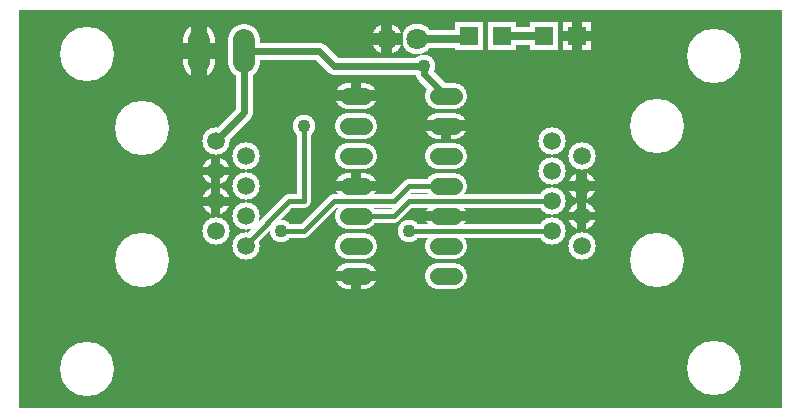
<source format=gbr>
%FSLAX34Y34*%
%MOMM*%
%LNCOPPER_TOP*%
G71*
G01*
%ADD10C,2.200*%
%ADD11C,2.320*%
%ADD12C,2.300*%
%ADD13C,1.900*%
%ADD14C,1.200*%
%ADD15C,2.680*%
%ADD16C,4.600*%
%ADD17C,2.600*%
%ADD18C,1.400*%
%ADD19R,2.400X2.400*%
%ADD20C,1.500*%
%ADD21C,0.910*%
%ADD22C,0.793*%
%ADD23C,0.807*%
%ADD24C,0.882*%
%ADD25C,0.770*%
%ADD26C,0.730*%
%ADD27C,0.861*%
%ADD28C,0.709*%
%ADD29C,1.360*%
%ADD30C,1.002*%
%ADD31C,0.875*%
%ADD32C,1.520*%
%ADD33C,1.500*%
%ADD34C,1.100*%
%ADD35C,0.400*%
%ADD36C,1.880*%
%ADD37C,1.800*%
%ADD38C,0.600*%
%ADD39R,1.600X1.600*%
%ADD40C,0.700*%
%LPD*%
G36*
X0Y1000000D02*
X646000Y1000000D01*
X646000Y663000D01*
X0Y663000D01*
X0Y1000000D01*
G37*
%LPC*%
G54D10*
X292325Y927345D02*
X278325Y927345D01*
G54D10*
X292325Y901945D02*
X278325Y901945D01*
G54D10*
X292325Y876545D02*
X278325Y876545D01*
G54D10*
X292325Y851145D02*
X278325Y851145D01*
G54D10*
X292325Y825745D02*
X278325Y825745D01*
G54D10*
X292325Y800345D02*
X278325Y800345D01*
G54D10*
X292325Y774945D02*
X278325Y774945D01*
G54D10*
X368525Y774945D02*
X354525Y774945D01*
G54D10*
X368525Y800345D02*
X354525Y800345D01*
G54D10*
X368525Y825745D02*
X354525Y825745D01*
G54D10*
X368525Y851145D02*
X354525Y851145D01*
G54D10*
X368525Y876545D02*
X354525Y876545D01*
G54D10*
X368525Y901945D02*
X354525Y901945D01*
G54D10*
X368525Y927345D02*
X354525Y927345D01*
X191720Y800150D02*
G54D11*
D03*
X166320Y812850D02*
G54D11*
D03*
X191720Y825550D02*
G54D11*
D03*
X166320Y838250D02*
G54D11*
D03*
X191720Y850950D02*
G54D11*
D03*
X166320Y863650D02*
G54D12*
D03*
X191720Y876350D02*
G54D11*
D03*
X166320Y889050D02*
G54D11*
D03*
X476200Y876250D02*
G54D11*
D03*
X450800Y863550D02*
G54D11*
D03*
X476200Y850850D02*
G54D11*
D03*
X450800Y838150D02*
G54D11*
D03*
X476200Y825450D02*
G54D11*
D03*
X450800Y812750D02*
G54D11*
D03*
X476200Y800050D02*
G54D11*
D03*
X330200Y812800D02*
G54D13*
D03*
G54D14*
X330200Y812800D02*
X450750Y812800D01*
X450800Y812750D01*
G54D14*
X191720Y800150D02*
X191720Y801320D01*
X228600Y838200D01*
X241300Y838200D01*
X241300Y901700D01*
X241300Y901700D02*
G54D13*
D03*
X221420Y812850D02*
G54D13*
D03*
G54D14*
X221420Y812850D02*
X241350Y812850D01*
X266700Y838200D01*
X317500Y838200D01*
X330200Y850900D01*
X361281Y850900D01*
X361525Y851145D01*
G54D14*
X285325Y825745D02*
X317745Y825745D01*
X330200Y838200D01*
X450750Y838200D01*
X450800Y838150D01*
G54D15*
X152400Y974600D02*
X152400Y955800D01*
G54D15*
X190500Y974600D02*
X190500Y955800D01*
X104140Y900430D02*
G54D16*
D03*
X104140Y788670D02*
G54D16*
D03*
X539750Y788670D02*
G54D16*
D03*
X539750Y901700D02*
G54D16*
D03*
X588010Y697230D02*
G54D16*
D03*
X588010Y961390D02*
G54D16*
D03*
X57150Y695960D02*
G54D16*
D03*
X57150Y962660D02*
G54D16*
D03*
X450800Y888950D02*
G54D11*
D03*
X311150Y975360D02*
G54D17*
D03*
X336550Y975360D02*
G54D17*
D03*
X342900Y952500D02*
G54D13*
D03*
G54D18*
X190500Y965200D02*
X190500Y913230D01*
X166320Y889050D01*
G54D18*
X190500Y965200D02*
X254000Y965200D01*
X266700Y952500D01*
X342900Y952500D01*
X342900Y945970D01*
X361525Y927345D01*
X381000Y977900D02*
G54D19*
D03*
X409000Y977900D02*
G54D19*
D03*
X444500Y977900D02*
G54D19*
D03*
X472500Y977900D02*
G54D19*
D03*
G54D20*
X336550Y975360D02*
X378460Y975360D01*
X381000Y977900D01*
G54D20*
X409000Y977900D02*
X444500Y977900D01*
%LPD*%
G54D21*
G36*
X285325Y931895D02*
X303825Y931895D01*
X303825Y922795D01*
X285325Y922795D01*
X285325Y931895D01*
G37*
G36*
X285325Y922795D02*
X266825Y922795D01*
X266825Y931895D01*
X285325Y931895D01*
X285325Y922795D01*
G37*
G36*
X280775Y927345D02*
X280775Y938845D01*
X289875Y938845D01*
X289875Y927345D01*
X280775Y927345D01*
G37*
G54D22*
G36*
X285325Y855112D02*
X303825Y855112D01*
X303825Y847178D01*
X285325Y847178D01*
X285325Y855112D01*
G37*
G36*
X285325Y847178D02*
X266825Y847178D01*
X266825Y855112D01*
X285325Y855112D01*
X285325Y847178D01*
G37*
G36*
X281358Y851145D02*
X281358Y862645D01*
X289292Y862645D01*
X289292Y851145D01*
X281358Y851145D01*
G37*
G54D23*
G36*
X285325Y778982D02*
X303825Y778982D01*
X303825Y770908D01*
X285325Y770908D01*
X285325Y778982D01*
G37*
G36*
X289362Y774945D02*
X289362Y763445D01*
X281288Y763445D01*
X281288Y774945D01*
X289362Y774945D01*
G37*
G36*
X285325Y770908D02*
X266825Y770908D01*
X266825Y778982D01*
X285325Y778982D01*
X285325Y770908D01*
G37*
G54D24*
G36*
X361525Y830155D02*
X380025Y830155D01*
X380025Y821335D01*
X361525Y821335D01*
X361525Y830155D01*
G37*
G36*
X361525Y821335D02*
X343025Y821335D01*
X343025Y830155D01*
X361525Y830155D01*
X361525Y821335D01*
G37*
G54D21*
G36*
X361525Y906495D02*
X380025Y906495D01*
X380025Y897395D01*
X361525Y897395D01*
X361525Y906495D01*
G37*
G36*
X366075Y901945D02*
X366075Y890445D01*
X356975Y890445D01*
X356975Y901945D01*
X366075Y901945D01*
G37*
G36*
X361525Y897395D02*
X343025Y897395D01*
X343025Y906495D01*
X361525Y906495D01*
X361525Y897395D01*
G37*
G54D25*
G36*
X166320Y834399D02*
X154220Y834399D01*
X154220Y842101D01*
X166320Y842101D01*
X166320Y834399D01*
G37*
G36*
X162469Y838250D02*
X162469Y850350D01*
X170171Y850350D01*
X170171Y838250D01*
X162469Y838250D01*
G37*
G36*
X166320Y842101D02*
X178420Y842101D01*
X178420Y834399D01*
X166320Y834399D01*
X166320Y842101D01*
G37*
G36*
X170171Y838250D02*
X170171Y826150D01*
X162469Y826150D01*
X162469Y838250D01*
X170171Y838250D01*
G37*
G54D26*
G36*
X166320Y860000D02*
X154320Y860000D01*
X154320Y867300D01*
X166320Y867300D01*
X166320Y860000D01*
G37*
G36*
X162670Y863650D02*
X162670Y875650D01*
X169970Y875650D01*
X169970Y863650D01*
X162670Y863650D01*
G37*
G36*
X166320Y867300D02*
X178320Y867300D01*
X178320Y860000D01*
X166320Y860000D01*
X166320Y867300D01*
G37*
G36*
X169970Y863650D02*
X169970Y851650D01*
X162670Y851650D01*
X162670Y863650D01*
X169970Y863650D01*
G37*
G54D27*
G36*
X476200Y855157D02*
X488300Y855157D01*
X488300Y846543D01*
X476200Y846543D01*
X476200Y855157D01*
G37*
G36*
X480507Y850850D02*
X480507Y838750D01*
X471893Y838750D01*
X471893Y850850D01*
X480507Y850850D01*
G37*
G36*
X476200Y846543D02*
X464100Y846543D01*
X464100Y855157D01*
X476200Y855157D01*
X476200Y846543D01*
G37*
G36*
X471893Y850850D02*
X471893Y862950D01*
X480507Y862950D01*
X480507Y850850D01*
X471893Y850850D01*
G37*
G54D28*
G36*
X476200Y828997D02*
X488300Y828997D01*
X488300Y821903D01*
X476200Y821903D01*
X476200Y828997D01*
G37*
G36*
X479747Y825450D02*
X479747Y813350D01*
X472653Y813350D01*
X472653Y825450D01*
X479747Y825450D01*
G37*
G36*
X476200Y821903D02*
X464100Y821903D01*
X464100Y828997D01*
X476200Y828997D01*
X476200Y821903D01*
G37*
G36*
X472653Y825450D02*
X472653Y837550D01*
X479747Y837550D01*
X479747Y825450D01*
X472653Y825450D01*
G37*
G54D29*
G36*
X145601Y965200D02*
X145601Y988500D01*
X159199Y988500D01*
X159199Y965200D01*
X145601Y965200D01*
G37*
G36*
X152400Y971999D02*
X166300Y971999D01*
X166300Y958401D01*
X152400Y958401D01*
X152400Y971999D01*
G37*
G36*
X159199Y965200D02*
X159199Y941900D01*
X145601Y941900D01*
X145601Y965200D01*
X159199Y965200D01*
G37*
G36*
X152400Y958401D02*
X138500Y958401D01*
X138500Y971999D01*
X152400Y971999D01*
X152400Y958401D01*
G37*
G54D30*
G36*
X306140Y975360D02*
X306140Y988860D01*
X316160Y988860D01*
X316160Y975360D01*
X306140Y975360D01*
G37*
G36*
X311150Y980370D02*
X324650Y980370D01*
X324650Y970350D01*
X311150Y970350D01*
X311150Y980370D01*
G37*
G36*
X316160Y975360D02*
X316160Y961860D01*
X306140Y961860D01*
X306140Y975360D01*
X316160Y975360D01*
G37*
G36*
X311150Y970350D02*
X297650Y970350D01*
X297650Y980370D01*
X311150Y980370D01*
X311150Y970350D01*
G37*
G54D31*
G36*
X468127Y977900D02*
X468127Y990400D01*
X476874Y990400D01*
X476874Y977900D01*
X468127Y977900D01*
G37*
G36*
X472500Y982273D02*
X485000Y982273D01*
X485000Y973526D01*
X472500Y973526D01*
X472500Y982273D01*
G37*
G36*
X476874Y977900D02*
X476874Y965400D01*
X468127Y965400D01*
X468127Y977900D01*
X476874Y977900D01*
G37*
G36*
X472500Y973526D02*
X460000Y973526D01*
X460000Y982273D01*
X472500Y982273D01*
X472500Y973526D01*
G37*
G54D18*
X292325Y927345D02*
X278325Y927345D01*
G54D18*
X292325Y901945D02*
X278325Y901945D01*
G54D18*
X292325Y876545D02*
X278325Y876545D01*
G54D18*
X292325Y851145D02*
X278325Y851145D01*
G54D18*
X292325Y825745D02*
X278325Y825745D01*
G54D18*
X292325Y800345D02*
X278325Y800345D01*
G54D18*
X292325Y774945D02*
X278325Y774945D01*
G54D18*
X368525Y774945D02*
X354525Y774945D01*
G54D18*
X368525Y800345D02*
X354525Y800345D01*
G54D18*
X368525Y825745D02*
X354525Y825745D01*
G54D18*
X368525Y851145D02*
X354525Y851145D01*
G54D18*
X368525Y876545D02*
X354525Y876545D01*
G54D18*
X368525Y901945D02*
X354525Y901945D01*
G54D18*
X368525Y927345D02*
X354525Y927345D01*
X191720Y800150D02*
G54D32*
D03*
X166320Y812850D02*
G54D32*
D03*
X191720Y825550D02*
G54D32*
D03*
X166320Y838250D02*
G54D32*
D03*
X191720Y850950D02*
G54D32*
D03*
X166320Y863650D02*
G54D33*
D03*
X191720Y876350D02*
G54D32*
D03*
X166320Y889050D02*
G54D32*
D03*
X476200Y876250D02*
G54D32*
D03*
X450800Y863550D02*
G54D32*
D03*
X476200Y850850D02*
G54D32*
D03*
X450800Y838150D02*
G54D32*
D03*
X476200Y825450D02*
G54D32*
D03*
X450800Y812750D02*
G54D32*
D03*
X476200Y800050D02*
G54D32*
D03*
X330200Y812800D02*
G54D34*
D03*
G54D35*
X330200Y812800D02*
X450750Y812800D01*
X450800Y812750D01*
G54D35*
X191720Y800150D02*
X191720Y801320D01*
X228600Y838200D01*
X241300Y838200D01*
X241300Y901700D01*
X241300Y901700D02*
G54D34*
D03*
X221420Y812850D02*
G54D34*
D03*
G54D35*
X221420Y812850D02*
X241350Y812850D01*
X266700Y838200D01*
X317500Y838200D01*
X330200Y850900D01*
X361281Y850900D01*
X361525Y851145D01*
G54D35*
X285325Y825745D02*
X317745Y825745D01*
X330200Y838200D01*
X450750Y838200D01*
X450800Y838150D01*
G54D36*
X152400Y974600D02*
X152400Y955800D01*
G54D36*
X190500Y974600D02*
X190500Y955800D01*
X450800Y888950D02*
G54D32*
D03*
X311150Y975360D02*
G54D37*
D03*
X336550Y975360D02*
G54D37*
D03*
X342900Y952500D02*
G54D34*
D03*
G54D38*
X190500Y965200D02*
X190500Y913230D01*
X166320Y889050D01*
G54D38*
X190500Y965200D02*
X254000Y965200D01*
X266700Y952500D01*
X342900Y952500D01*
X342900Y945970D01*
X361525Y927345D01*
X381000Y977900D02*
G54D39*
D03*
X409000Y977900D02*
G54D39*
D03*
X444500Y977900D02*
G54D39*
D03*
X472500Y977900D02*
G54D39*
D03*
G54D40*
X336550Y975360D02*
X378460Y975360D01*
X381000Y977900D01*
G54D40*
X409000Y977900D02*
X444500Y977900D01*
M02*

</source>
